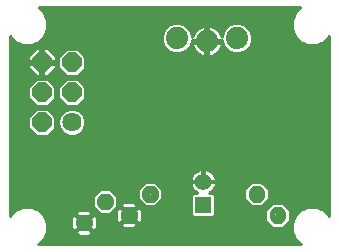
<source format=gbl>
G75*
%MOIN*%
%OFA0B0*%
%FSLAX25Y25*%
%IPPOS*%
%LPD*%
%AMOC8*
5,1,8,0,0,1.08239X$1,22.5*
%
%ADD10R,0.05550X0.05550*%
%ADD11C,0.05550*%
%ADD12C,0.01120*%
%ADD13C,0.06400*%
%ADD14OC8,0.06400*%
%ADD15C,0.07400*%
%ADD16C,0.01000*%
D10*
X0068073Y0016313D03*
D11*
X0068073Y0024187D03*
D12*
X0087466Y0020404D02*
X0088026Y0020964D01*
X0088026Y0019108D01*
X0086715Y0017797D01*
X0084859Y0017797D01*
X0083548Y0019108D01*
X0083548Y0020964D01*
X0084859Y0022275D01*
X0086715Y0022275D01*
X0088026Y0020964D01*
X0087186Y0020616D01*
X0087186Y0019456D01*
X0086367Y0018637D01*
X0085207Y0018637D01*
X0084388Y0019456D01*
X0084388Y0020616D01*
X0085207Y0021435D01*
X0086367Y0021435D01*
X0087186Y0020616D01*
X0086346Y0020268D01*
X0086346Y0019804D01*
X0086019Y0019477D01*
X0085555Y0019477D01*
X0085228Y0019804D01*
X0085228Y0020268D01*
X0085555Y0020595D01*
X0086019Y0020595D01*
X0086346Y0020268D01*
X0094538Y0013332D02*
X0095098Y0013892D01*
X0095098Y0012036D01*
X0093787Y0010725D01*
X0091931Y0010725D01*
X0090620Y0012036D01*
X0090620Y0013892D01*
X0091931Y0015203D01*
X0093787Y0015203D01*
X0095098Y0013892D01*
X0094258Y0013544D01*
X0094258Y0012384D01*
X0093439Y0011565D01*
X0092279Y0011565D01*
X0091460Y0012384D01*
X0091460Y0013544D01*
X0092279Y0014363D01*
X0093439Y0014363D01*
X0094258Y0013544D01*
X0093418Y0013196D01*
X0093418Y0012732D01*
X0093091Y0012405D01*
X0092627Y0012405D01*
X0092300Y0012732D01*
X0092300Y0013196D01*
X0092627Y0013523D01*
X0093091Y0013523D01*
X0093418Y0013196D01*
X0049991Y0021715D02*
X0049431Y0022275D01*
X0051287Y0022275D01*
X0052598Y0020964D01*
X0052598Y0019108D01*
X0051287Y0017797D01*
X0049431Y0017797D01*
X0048120Y0019108D01*
X0048120Y0020964D01*
X0049431Y0022275D01*
X0049779Y0021435D01*
X0050939Y0021435D01*
X0051758Y0020616D01*
X0051758Y0019456D01*
X0050939Y0018637D01*
X0049779Y0018637D01*
X0048960Y0019456D01*
X0048960Y0020616D01*
X0049779Y0021435D01*
X0050127Y0020595D01*
X0050591Y0020595D01*
X0050918Y0020268D01*
X0050918Y0019804D01*
X0050591Y0019477D01*
X0050127Y0019477D01*
X0049800Y0019804D01*
X0049800Y0020268D01*
X0050127Y0020595D01*
X0042919Y0014643D02*
X0042359Y0015203D01*
X0044215Y0015203D01*
X0045526Y0013892D01*
X0045526Y0012036D01*
X0044215Y0010725D01*
X0042359Y0010725D01*
X0041048Y0012036D01*
X0041048Y0013892D01*
X0042359Y0015203D01*
X0042707Y0014363D01*
X0043867Y0014363D01*
X0044686Y0013544D01*
X0044686Y0012384D01*
X0043867Y0011565D01*
X0042707Y0011565D01*
X0041888Y0012384D01*
X0041888Y0013544D01*
X0042707Y0014363D01*
X0043055Y0013523D01*
X0043519Y0013523D01*
X0043846Y0013196D01*
X0043846Y0012732D01*
X0043519Y0012405D01*
X0043055Y0012405D01*
X0042728Y0012732D01*
X0042728Y0013196D01*
X0043055Y0013523D01*
X0034991Y0019215D02*
X0034431Y0019775D01*
X0036287Y0019775D01*
X0037598Y0018464D01*
X0037598Y0016608D01*
X0036287Y0015297D01*
X0034431Y0015297D01*
X0033120Y0016608D01*
X0033120Y0018464D01*
X0034431Y0019775D01*
X0034779Y0018935D01*
X0035939Y0018935D01*
X0036758Y0018116D01*
X0036758Y0016956D01*
X0035939Y0016137D01*
X0034779Y0016137D01*
X0033960Y0016956D01*
X0033960Y0018116D01*
X0034779Y0018935D01*
X0035127Y0018095D01*
X0035591Y0018095D01*
X0035918Y0017768D01*
X0035918Y0017304D01*
X0035591Y0016977D01*
X0035127Y0016977D01*
X0034800Y0017304D01*
X0034800Y0017768D01*
X0035127Y0018095D01*
X0027919Y0012143D02*
X0027359Y0012703D01*
X0029215Y0012703D01*
X0030526Y0011392D01*
X0030526Y0009536D01*
X0029215Y0008225D01*
X0027359Y0008225D01*
X0026048Y0009536D01*
X0026048Y0011392D01*
X0027359Y0012703D01*
X0027707Y0011863D01*
X0028867Y0011863D01*
X0029686Y0011044D01*
X0029686Y0009884D01*
X0028867Y0009065D01*
X0027707Y0009065D01*
X0026888Y0009884D01*
X0026888Y0011044D01*
X0027707Y0011863D01*
X0028055Y0011023D01*
X0028519Y0011023D01*
X0028846Y0010696D01*
X0028846Y0010232D01*
X0028519Y0009905D01*
X0028055Y0009905D01*
X0027728Y0010232D01*
X0027728Y0010696D01*
X0028055Y0011023D01*
D13*
X0024323Y0044000D03*
D14*
X0014323Y0044000D03*
X0014323Y0054000D03*
X0024323Y0054000D03*
X0024323Y0064000D03*
X0014323Y0064000D03*
D15*
X0059323Y0072000D03*
X0069323Y0071000D03*
X0079323Y0072000D03*
D16*
X0013182Y0003225D02*
X0013121Y0003200D01*
X0100525Y0003200D01*
X0100464Y0003225D01*
X0098548Y0005141D01*
X0097511Y0007645D01*
X0097511Y0010355D01*
X0098548Y0012859D01*
X0100464Y0014775D01*
X0102968Y0015812D01*
X0105678Y0015812D01*
X0108182Y0014775D01*
X0110098Y0012859D01*
X0110123Y0012798D01*
X0110123Y0072702D01*
X0110098Y0072641D01*
X0108182Y0070725D01*
X0105678Y0069688D01*
X0102968Y0069688D01*
X0100464Y0070725D01*
X0098548Y0072641D01*
X0097511Y0075145D01*
X0097511Y0077855D01*
X0098548Y0080359D01*
X0100390Y0082200D01*
X0013256Y0082200D01*
X0015098Y0080359D01*
X0016135Y0077855D01*
X0016135Y0075145D01*
X0015098Y0072641D01*
X0013182Y0070725D01*
X0010678Y0069688D01*
X0007968Y0069688D01*
X0005464Y0070725D01*
X0003548Y0072641D01*
X0003523Y0072702D01*
X0003523Y0012798D01*
X0003548Y0012859D01*
X0005464Y0014775D01*
X0007968Y0015812D01*
X0010678Y0015812D01*
X0013182Y0014775D01*
X0015098Y0012859D01*
X0016135Y0010355D01*
X0016135Y0007645D01*
X0015098Y0005141D01*
X0013182Y0003225D01*
X0013956Y0004000D02*
X0099690Y0004000D01*
X0098691Y0004999D02*
X0014955Y0004999D01*
X0015452Y0005997D02*
X0098194Y0005997D01*
X0097780Y0006996D02*
X0030900Y0006996D01*
X0031116Y0007212D02*
X0028287Y0010040D01*
X0025459Y0007212D01*
X0026506Y0006164D01*
X0030069Y0006164D01*
X0031116Y0007212D01*
X0031540Y0007636D02*
X0032587Y0008683D01*
X0032587Y0012246D01*
X0031540Y0013293D01*
X0028712Y0010464D01*
X0031540Y0007636D01*
X0031182Y0007994D02*
X0030334Y0007994D01*
X0030184Y0008993D02*
X0029335Y0008993D01*
X0029185Y0009991D02*
X0028337Y0009991D01*
X0028287Y0010040D02*
X0028712Y0010464D01*
X0028287Y0010889D01*
X0027863Y0010464D01*
X0028287Y0010040D01*
X0028238Y0009991D02*
X0027390Y0009991D01*
X0027863Y0010464D02*
X0025035Y0007636D01*
X0023987Y0008683D01*
X0023987Y0012246D01*
X0025035Y0013293D01*
X0027863Y0010464D01*
X0028287Y0010889D02*
X0025459Y0013717D01*
X0026506Y0014764D01*
X0030069Y0014764D01*
X0031116Y0013717D01*
X0028287Y0010889D01*
X0028187Y0010990D02*
X0027338Y0010990D01*
X0027188Y0011988D02*
X0026339Y0011988D01*
X0023987Y0011988D02*
X0015458Y0011988D01*
X0015872Y0010990D02*
X0023987Y0010990D01*
X0023987Y0009991D02*
X0016135Y0009991D01*
X0016135Y0008993D02*
X0023987Y0008993D01*
X0024677Y0007994D02*
X0016135Y0007994D01*
X0015866Y0006996D02*
X0025675Y0006996D01*
X0025393Y0007994D02*
X0026241Y0007994D01*
X0026391Y0008993D02*
X0027240Y0008993D01*
X0028388Y0010990D02*
X0029237Y0010990D01*
X0029387Y0011988D02*
X0030235Y0011988D01*
X0032587Y0011988D02*
X0038987Y0011988D01*
X0038987Y0011183D02*
X0040035Y0010136D01*
X0042863Y0012964D01*
X0043287Y0012540D01*
X0040459Y0009712D01*
X0041506Y0008664D01*
X0045069Y0008664D01*
X0046116Y0009712D01*
X0043287Y0012540D01*
X0043712Y0012964D01*
X0046540Y0010136D01*
X0047587Y0011183D01*
X0047587Y0014746D01*
X0046540Y0015793D01*
X0043712Y0012964D01*
X0043287Y0013389D01*
X0042863Y0012964D01*
X0040035Y0015793D01*
X0038987Y0014746D01*
X0038987Y0011183D01*
X0039181Y0010990D02*
X0032587Y0010990D01*
X0032587Y0009991D02*
X0040738Y0009991D01*
X0040888Y0010990D02*
X0041737Y0010990D01*
X0041887Y0011988D02*
X0042735Y0011988D01*
X0043839Y0011988D02*
X0044688Y0011988D01*
X0044838Y0010990D02*
X0045687Y0010990D01*
X0045837Y0009991D02*
X0090034Y0009991D01*
X0091032Y0008993D02*
X0045397Y0008993D01*
X0047394Y0010990D02*
X0089035Y0010990D01*
X0088759Y0011266D02*
X0091160Y0008864D01*
X0094557Y0008864D01*
X0096958Y0011266D01*
X0096958Y0014663D01*
X0094557Y0017064D01*
X0091160Y0017064D01*
X0088759Y0014663D01*
X0088759Y0011266D01*
X0088759Y0011988D02*
X0047587Y0011988D01*
X0047587Y0012987D02*
X0064011Y0012987D01*
X0063998Y0013000D02*
X0064760Y0012238D01*
X0071386Y0012238D01*
X0072148Y0013000D01*
X0072148Y0019626D01*
X0071386Y0020388D01*
X0070033Y0020388D01*
X0070313Y0020531D01*
X0070858Y0020926D01*
X0071334Y0021402D01*
X0071729Y0021947D01*
X0072035Y0022546D01*
X0072243Y0023186D01*
X0072348Y0023851D01*
X0072348Y0023900D01*
X0068360Y0023900D01*
X0068360Y0024474D01*
X0072348Y0024474D01*
X0072348Y0024523D01*
X0072243Y0025188D01*
X0072035Y0025828D01*
X0071729Y0026427D01*
X0071334Y0026972D01*
X0070858Y0027448D01*
X0070313Y0027843D01*
X0069714Y0028149D01*
X0069074Y0028357D01*
X0068409Y0028462D01*
X0068360Y0028462D01*
X0068360Y0024474D01*
X0067786Y0024474D01*
X0067785Y0024474D02*
X0067785Y0023900D01*
X0063798Y0023900D01*
X0063798Y0023851D01*
X0063903Y0023186D01*
X0064111Y0022546D01*
X0064417Y0021947D01*
X0064812Y0021402D01*
X0065288Y0020926D01*
X0065832Y0020531D01*
X0066113Y0020388D01*
X0064760Y0020388D01*
X0063998Y0019626D01*
X0063998Y0013000D01*
X0063998Y0013985D02*
X0047587Y0013985D01*
X0047349Y0014984D02*
X0063998Y0014984D01*
X0063998Y0015982D02*
X0052103Y0015982D01*
X0052057Y0015936D02*
X0054458Y0018337D01*
X0054458Y0021734D01*
X0052057Y0024136D01*
X0048660Y0024136D01*
X0046259Y0021734D01*
X0046259Y0018337D01*
X0048660Y0015936D01*
X0052057Y0015936D01*
X0053102Y0016981D02*
X0063998Y0016981D01*
X0063998Y0017979D02*
X0054100Y0017979D01*
X0054458Y0018978D02*
X0063998Y0018978D01*
X0064348Y0019976D02*
X0054458Y0019976D01*
X0054458Y0020975D02*
X0065240Y0020975D01*
X0064403Y0021973D02*
X0054219Y0021973D01*
X0053221Y0022972D02*
X0063973Y0022972D01*
X0063798Y0024474D02*
X0067785Y0024474D01*
X0067786Y0024474D02*
X0067786Y0028462D01*
X0067737Y0028462D01*
X0067072Y0028357D01*
X0066432Y0028149D01*
X0065832Y0027843D01*
X0065288Y0027448D01*
X0064812Y0026972D01*
X0064417Y0026427D01*
X0064111Y0025828D01*
X0063903Y0025188D01*
X0063798Y0024523D01*
X0063798Y0024474D01*
X0063869Y0024969D02*
X0003523Y0024969D01*
X0003523Y0023970D02*
X0048495Y0023970D01*
X0047496Y0022972D02*
X0003523Y0022972D01*
X0003523Y0021973D02*
X0046498Y0021973D01*
X0046259Y0020975D02*
X0037718Y0020975D01*
X0037057Y0021636D02*
X0033660Y0021636D01*
X0031259Y0019234D01*
X0031259Y0015837D01*
X0033660Y0013436D01*
X0037057Y0013436D01*
X0039458Y0015837D01*
X0039458Y0019234D01*
X0037057Y0021636D01*
X0038716Y0019976D02*
X0046259Y0019976D01*
X0046259Y0018978D02*
X0039458Y0018978D01*
X0039458Y0017979D02*
X0046617Y0017979D01*
X0047615Y0016981D02*
X0045352Y0016981D01*
X0045069Y0017264D02*
X0046116Y0016217D01*
X0043287Y0013389D01*
X0040459Y0016217D01*
X0041506Y0017264D01*
X0045069Y0017264D01*
X0045881Y0015982D02*
X0048614Y0015982D01*
X0045731Y0014984D02*
X0044882Y0014984D01*
X0044732Y0013985D02*
X0043884Y0013985D01*
X0043734Y0012987D02*
X0043690Y0012987D01*
X0042885Y0012987D02*
X0042841Y0012987D01*
X0042691Y0013985D02*
X0041842Y0013985D01*
X0041693Y0014984D02*
X0040844Y0014984D01*
X0040694Y0015982D02*
X0039458Y0015982D01*
X0039458Y0016981D02*
X0041223Y0016981D01*
X0039226Y0014984D02*
X0038605Y0014984D01*
X0038987Y0013985D02*
X0037606Y0013985D01*
X0038987Y0012987D02*
X0031846Y0012987D01*
X0031234Y0012987D02*
X0030385Y0012987D01*
X0030848Y0013985D02*
X0033111Y0013985D01*
X0032112Y0014984D02*
X0012677Y0014984D01*
X0013971Y0013985D02*
X0025727Y0013985D01*
X0025341Y0012987D02*
X0026190Y0012987D01*
X0024728Y0012987D02*
X0014970Y0012987D01*
X0005969Y0014984D02*
X0003523Y0014984D01*
X0003523Y0015982D02*
X0031259Y0015982D01*
X0031259Y0016981D02*
X0003523Y0016981D01*
X0003523Y0017979D02*
X0031259Y0017979D01*
X0031259Y0018978D02*
X0003523Y0018978D01*
X0003523Y0019976D02*
X0032001Y0019976D01*
X0032999Y0020975D02*
X0003523Y0020975D01*
X0003523Y0025967D02*
X0064182Y0025967D01*
X0064808Y0026966D02*
X0003523Y0026966D01*
X0003523Y0027964D02*
X0066070Y0027964D01*
X0067786Y0027964D02*
X0068360Y0027964D01*
X0068360Y0026966D02*
X0067786Y0026966D01*
X0067786Y0025967D02*
X0068360Y0025967D01*
X0068360Y0024969D02*
X0067786Y0024969D01*
X0067785Y0023970D02*
X0052222Y0023970D01*
X0068360Y0023970D02*
X0083924Y0023970D01*
X0084089Y0024136D02*
X0081687Y0021734D01*
X0081687Y0018337D01*
X0084089Y0015936D01*
X0087486Y0015936D01*
X0089887Y0018337D01*
X0089887Y0021734D01*
X0087486Y0024136D01*
X0084089Y0024136D01*
X0082925Y0022972D02*
X0072173Y0022972D01*
X0071743Y0021973D02*
X0081927Y0021973D01*
X0081687Y0020975D02*
X0070906Y0020975D01*
X0071798Y0019976D02*
X0081687Y0019976D01*
X0081687Y0018978D02*
X0072148Y0018978D01*
X0072148Y0017979D02*
X0082046Y0017979D01*
X0083044Y0016981D02*
X0072148Y0016981D01*
X0072148Y0015982D02*
X0084043Y0015982D01*
X0087532Y0015982D02*
X0090078Y0015982D01*
X0089079Y0014984D02*
X0072148Y0014984D01*
X0072148Y0013985D02*
X0088759Y0013985D01*
X0088759Y0012987D02*
X0072135Y0012987D01*
X0087651Y0023970D02*
X0110123Y0023970D01*
X0110123Y0022972D02*
X0088649Y0022972D01*
X0089648Y0021973D02*
X0110123Y0021973D01*
X0110123Y0020975D02*
X0089887Y0020975D01*
X0089887Y0019976D02*
X0110123Y0019976D01*
X0110123Y0018978D02*
X0089887Y0018978D01*
X0089529Y0017979D02*
X0110123Y0017979D01*
X0110123Y0016981D02*
X0094641Y0016981D01*
X0095639Y0015982D02*
X0110123Y0015982D01*
X0110123Y0014984D02*
X0107677Y0014984D01*
X0108971Y0013985D02*
X0110123Y0013985D01*
X0110123Y0012987D02*
X0109970Y0012987D01*
X0100969Y0014984D02*
X0096638Y0014984D01*
X0096958Y0013985D02*
X0099675Y0013985D01*
X0098676Y0012987D02*
X0096958Y0012987D01*
X0096958Y0011988D02*
X0098188Y0011988D01*
X0097774Y0010990D02*
X0096682Y0010990D01*
X0097511Y0009991D02*
X0095683Y0009991D01*
X0094685Y0008993D02*
X0097511Y0008993D01*
X0097511Y0007994D02*
X0031898Y0007994D01*
X0032587Y0008993D02*
X0041178Y0008993D01*
X0070076Y0027964D02*
X0110123Y0027964D01*
X0110123Y0026966D02*
X0071338Y0026966D01*
X0071964Y0025967D02*
X0110123Y0025967D01*
X0110123Y0024969D02*
X0072277Y0024969D01*
X0088531Y0016981D02*
X0091076Y0016981D01*
X0110123Y0028963D02*
X0003523Y0028963D01*
X0003523Y0029961D02*
X0110123Y0029961D01*
X0110123Y0030960D02*
X0003523Y0030960D01*
X0003523Y0031958D02*
X0110123Y0031958D01*
X0110123Y0032957D02*
X0003523Y0032957D01*
X0003523Y0033955D02*
X0110123Y0033955D01*
X0110123Y0034954D02*
X0003523Y0034954D01*
X0003523Y0035952D02*
X0110123Y0035952D01*
X0110123Y0036951D02*
X0003523Y0036951D01*
X0003523Y0037949D02*
X0110123Y0037949D01*
X0110123Y0038948D02*
X0003523Y0038948D01*
X0003523Y0039946D02*
X0012013Y0039946D01*
X0012459Y0039500D02*
X0016187Y0039500D01*
X0018823Y0042136D01*
X0018823Y0045864D01*
X0016187Y0048500D01*
X0012459Y0048500D01*
X0009823Y0045864D01*
X0009823Y0042136D01*
X0012459Y0039500D01*
X0011014Y0040945D02*
X0003523Y0040945D01*
X0003523Y0041943D02*
X0010016Y0041943D01*
X0009823Y0042942D02*
X0003523Y0042942D01*
X0003523Y0043940D02*
X0009823Y0043940D01*
X0009823Y0044939D02*
X0003523Y0044939D01*
X0003523Y0045937D02*
X0009896Y0045937D01*
X0010895Y0046936D02*
X0003523Y0046936D01*
X0003523Y0047934D02*
X0011894Y0047934D01*
X0012459Y0049500D02*
X0016187Y0049500D01*
X0018823Y0052136D01*
X0018823Y0055864D01*
X0016187Y0058500D01*
X0012459Y0058500D01*
X0009823Y0055864D01*
X0009823Y0052136D01*
X0012459Y0049500D01*
X0012027Y0049932D02*
X0003523Y0049932D01*
X0003523Y0050930D02*
X0011029Y0050930D01*
X0010030Y0051929D02*
X0003523Y0051929D01*
X0003523Y0052927D02*
X0009823Y0052927D01*
X0009823Y0053926D02*
X0003523Y0053926D01*
X0003523Y0054924D02*
X0009823Y0054924D01*
X0009882Y0055923D02*
X0003523Y0055923D01*
X0003523Y0056921D02*
X0010880Y0056921D01*
X0011879Y0057920D02*
X0003523Y0057920D01*
X0003523Y0058918D02*
X0110123Y0058918D01*
X0110123Y0057920D02*
X0026767Y0057920D01*
X0026187Y0058500D02*
X0022459Y0058500D01*
X0019823Y0055864D01*
X0019823Y0052136D01*
X0022459Y0049500D01*
X0026187Y0049500D01*
X0028823Y0052136D01*
X0028823Y0055864D01*
X0026187Y0058500D01*
X0026187Y0059500D02*
X0028823Y0062136D01*
X0028823Y0065864D01*
X0026187Y0068500D01*
X0022459Y0068500D01*
X0019823Y0065864D01*
X0019823Y0062136D01*
X0022459Y0059500D01*
X0026187Y0059500D01*
X0026604Y0059917D02*
X0110123Y0059917D01*
X0110123Y0060915D02*
X0027602Y0060915D01*
X0028601Y0061914D02*
X0110123Y0061914D01*
X0110123Y0062912D02*
X0028823Y0062912D01*
X0028823Y0063911D02*
X0110123Y0063911D01*
X0110123Y0064909D02*
X0028823Y0064909D01*
X0028779Y0065908D02*
X0068234Y0065908D01*
X0068105Y0065928D02*
X0067327Y0066181D01*
X0066598Y0066553D01*
X0065935Y0067034D01*
X0065357Y0067612D01*
X0064876Y0068275D01*
X0064504Y0069004D01*
X0064251Y0069782D01*
X0064137Y0070500D01*
X0068823Y0070500D01*
X0069823Y0070500D01*
X0069823Y0071500D01*
X0074323Y0071500D01*
X0074323Y0071005D01*
X0075084Y0069168D01*
X0076491Y0067761D01*
X0078328Y0067000D01*
X0080318Y0067000D01*
X0082155Y0067761D01*
X0083562Y0069168D01*
X0084323Y0071005D01*
X0084323Y0072995D01*
X0083562Y0074832D01*
X0082155Y0076239D01*
X0080318Y0077000D01*
X0078328Y0077000D01*
X0076491Y0076239D01*
X0075084Y0074832D01*
X0074323Y0072995D01*
X0074323Y0072439D01*
X0074142Y0072996D01*
X0073770Y0073725D01*
X0073289Y0074388D01*
X0072711Y0074966D01*
X0072048Y0075447D01*
X0071319Y0075819D01*
X0070541Y0076072D01*
X0069823Y0076186D01*
X0069823Y0071500D01*
X0068823Y0071500D01*
X0068823Y0076186D01*
X0068105Y0076072D01*
X0067327Y0075819D01*
X0066598Y0075447D01*
X0065935Y0074966D01*
X0065357Y0074388D01*
X0064876Y0073725D01*
X0064504Y0072996D01*
X0064323Y0072439D01*
X0064323Y0072995D01*
X0063562Y0074832D01*
X0062155Y0076239D01*
X0060318Y0077000D01*
X0058328Y0077000D01*
X0056491Y0076239D01*
X0055084Y0074832D01*
X0054323Y0072995D01*
X0054323Y0071005D01*
X0055084Y0069168D01*
X0056491Y0067761D01*
X0058328Y0067000D01*
X0060318Y0067000D01*
X0062155Y0067761D01*
X0063562Y0069168D01*
X0064323Y0071005D01*
X0064323Y0071500D01*
X0068823Y0071500D01*
X0068823Y0070500D01*
X0068823Y0065814D01*
X0068105Y0065928D01*
X0068823Y0065908D02*
X0069823Y0065908D01*
X0069823Y0065814D02*
X0070541Y0065928D01*
X0071319Y0066181D01*
X0072048Y0066553D01*
X0072711Y0067034D01*
X0073289Y0067612D01*
X0073770Y0068275D01*
X0074142Y0069004D01*
X0074395Y0069782D01*
X0074509Y0070500D01*
X0069823Y0070500D01*
X0069823Y0065814D01*
X0070412Y0065908D02*
X0110123Y0065908D01*
X0110123Y0066906D02*
X0072535Y0066906D01*
X0073502Y0067905D02*
X0076347Y0067905D01*
X0075349Y0068903D02*
X0074091Y0068903D01*
X0074414Y0069902D02*
X0074780Y0069902D01*
X0074367Y0070900D02*
X0069823Y0070900D01*
X0069823Y0071899D02*
X0068823Y0071899D01*
X0068823Y0072897D02*
X0069823Y0072897D01*
X0069823Y0073896D02*
X0068823Y0073896D01*
X0068823Y0074894D02*
X0069823Y0074894D01*
X0069823Y0075893D02*
X0068823Y0075893D01*
X0067554Y0075893D02*
X0062501Y0075893D01*
X0063500Y0074894D02*
X0065863Y0074894D01*
X0064999Y0073896D02*
X0063950Y0073896D01*
X0064323Y0072897D02*
X0064472Y0072897D01*
X0064279Y0070900D02*
X0068823Y0070900D01*
X0068823Y0069902D02*
X0069823Y0069902D01*
X0069823Y0068903D02*
X0068823Y0068903D01*
X0068823Y0067905D02*
X0069823Y0067905D01*
X0069823Y0066906D02*
X0068823Y0066906D01*
X0066111Y0066906D02*
X0027781Y0066906D01*
X0026782Y0067905D02*
X0056347Y0067905D01*
X0055349Y0068903D02*
X0003523Y0068903D01*
X0003523Y0067905D02*
X0011581Y0067905D01*
X0012376Y0068700D02*
X0009623Y0065947D01*
X0009623Y0064500D01*
X0013823Y0064500D01*
X0013823Y0068700D01*
X0012376Y0068700D01*
X0011193Y0069902D02*
X0054780Y0069902D01*
X0054367Y0070900D02*
X0013357Y0070900D01*
X0014355Y0071899D02*
X0054323Y0071899D01*
X0054323Y0072897D02*
X0015204Y0072897D01*
X0015617Y0073896D02*
X0054696Y0073896D01*
X0055146Y0074894D02*
X0016031Y0074894D01*
X0016135Y0075893D02*
X0056145Y0075893D01*
X0058066Y0076891D02*
X0016135Y0076891D01*
X0016120Y0077890D02*
X0097526Y0077890D01*
X0097511Y0076891D02*
X0080580Y0076891D01*
X0082501Y0075893D02*
X0097511Y0075893D01*
X0097615Y0074894D02*
X0083500Y0074894D01*
X0083950Y0073896D02*
X0098029Y0073896D01*
X0098442Y0072897D02*
X0084323Y0072897D01*
X0084323Y0071899D02*
X0099291Y0071899D01*
X0100289Y0070900D02*
X0084279Y0070900D01*
X0083866Y0069902D02*
X0102452Y0069902D01*
X0106193Y0069902D02*
X0110123Y0069902D01*
X0110123Y0068903D02*
X0083297Y0068903D01*
X0082299Y0067905D02*
X0110123Y0067905D01*
X0110123Y0070900D02*
X0108357Y0070900D01*
X0109355Y0071899D02*
X0110123Y0071899D01*
X0097939Y0078888D02*
X0015707Y0078888D01*
X0015293Y0079887D02*
X0098353Y0079887D01*
X0099075Y0080885D02*
X0014571Y0080885D01*
X0013572Y0081884D02*
X0100074Y0081884D01*
X0078066Y0076891D02*
X0060580Y0076891D01*
X0071092Y0075893D02*
X0076145Y0075893D01*
X0075146Y0074894D02*
X0072783Y0074894D01*
X0073647Y0073896D02*
X0074696Y0073896D01*
X0074323Y0072897D02*
X0074174Y0072897D01*
X0065144Y0067905D02*
X0062299Y0067905D01*
X0063297Y0068903D02*
X0064555Y0068903D01*
X0064232Y0069902D02*
X0063866Y0069902D01*
X0028764Y0055923D02*
X0110123Y0055923D01*
X0110123Y0056921D02*
X0027766Y0056921D01*
X0028823Y0054924D02*
X0110123Y0054924D01*
X0110123Y0053926D02*
X0028823Y0053926D01*
X0028823Y0052927D02*
X0110123Y0052927D01*
X0110123Y0051929D02*
X0028615Y0051929D01*
X0027617Y0050930D02*
X0110123Y0050930D01*
X0110123Y0049932D02*
X0026618Y0049932D01*
X0025218Y0048500D02*
X0023428Y0048500D01*
X0021774Y0047815D01*
X0020508Y0046549D01*
X0019823Y0044895D01*
X0019823Y0043105D01*
X0020508Y0041451D01*
X0021774Y0040185D01*
X0023428Y0039500D01*
X0025218Y0039500D01*
X0026872Y0040185D01*
X0028138Y0041451D01*
X0028823Y0043105D01*
X0028823Y0044895D01*
X0028138Y0046549D01*
X0026872Y0047815D01*
X0025218Y0048500D01*
X0026583Y0047934D02*
X0110123Y0047934D01*
X0110123Y0046936D02*
X0027751Y0046936D01*
X0028391Y0045937D02*
X0110123Y0045937D01*
X0110123Y0044939D02*
X0028805Y0044939D01*
X0028823Y0043940D02*
X0110123Y0043940D01*
X0110123Y0042942D02*
X0028755Y0042942D01*
X0028342Y0041943D02*
X0110123Y0041943D01*
X0110123Y0040945D02*
X0027632Y0040945D01*
X0026296Y0039946D02*
X0110123Y0039946D01*
X0110123Y0048933D02*
X0003523Y0048933D01*
X0016618Y0049932D02*
X0022027Y0049932D01*
X0021029Y0050930D02*
X0017617Y0050930D01*
X0018615Y0051929D02*
X0020030Y0051929D01*
X0019823Y0052927D02*
X0018823Y0052927D01*
X0018823Y0053926D02*
X0019823Y0053926D01*
X0019823Y0054924D02*
X0018823Y0054924D01*
X0018764Y0055923D02*
X0019882Y0055923D01*
X0020880Y0056921D02*
X0017766Y0056921D01*
X0016767Y0057920D02*
X0021879Y0057920D01*
X0022042Y0059917D02*
X0016886Y0059917D01*
X0016270Y0059300D02*
X0019023Y0062053D01*
X0019023Y0063500D01*
X0014823Y0063500D01*
X0014823Y0064500D01*
X0019023Y0064500D01*
X0019023Y0065947D01*
X0016270Y0068700D01*
X0014823Y0068700D01*
X0014823Y0064500D01*
X0013823Y0064500D01*
X0013823Y0063500D01*
X0014823Y0063500D01*
X0014823Y0059300D01*
X0016270Y0059300D01*
X0014823Y0059917D02*
X0013823Y0059917D01*
X0013823Y0059300D02*
X0013823Y0063500D01*
X0009623Y0063500D01*
X0009623Y0062053D01*
X0012376Y0059300D01*
X0013823Y0059300D01*
X0013823Y0060915D02*
X0014823Y0060915D01*
X0014823Y0061914D02*
X0013823Y0061914D01*
X0013823Y0062912D02*
X0014823Y0062912D01*
X0014823Y0063911D02*
X0019823Y0063911D01*
X0019823Y0064909D02*
X0019023Y0064909D01*
X0019023Y0065908D02*
X0019867Y0065908D01*
X0020865Y0066906D02*
X0018064Y0066906D01*
X0017065Y0067905D02*
X0021864Y0067905D01*
X0019823Y0062912D02*
X0019023Y0062912D01*
X0018883Y0061914D02*
X0020045Y0061914D01*
X0021044Y0060915D02*
X0017885Y0060915D01*
X0013823Y0063911D02*
X0003523Y0063911D01*
X0003523Y0064909D02*
X0009623Y0064909D01*
X0009623Y0065908D02*
X0003523Y0065908D01*
X0003523Y0066906D02*
X0010582Y0066906D01*
X0013823Y0066906D02*
X0014823Y0066906D01*
X0014823Y0065908D02*
X0013823Y0065908D01*
X0013823Y0064909D02*
X0014823Y0064909D01*
X0014823Y0067905D02*
X0013823Y0067905D01*
X0009623Y0062912D02*
X0003523Y0062912D01*
X0003523Y0061914D02*
X0009763Y0061914D01*
X0010761Y0060915D02*
X0003523Y0060915D01*
X0003523Y0059917D02*
X0011760Y0059917D01*
X0007452Y0069902D02*
X0003523Y0069902D01*
X0003523Y0070900D02*
X0005289Y0070900D01*
X0004291Y0071899D02*
X0003523Y0071899D01*
X0016752Y0047934D02*
X0022063Y0047934D01*
X0020895Y0046936D02*
X0017751Y0046936D01*
X0018749Y0045937D02*
X0020255Y0045937D01*
X0019841Y0044939D02*
X0018823Y0044939D01*
X0018823Y0043940D02*
X0019823Y0043940D01*
X0019890Y0042942D02*
X0018823Y0042942D01*
X0018630Y0041943D02*
X0020304Y0041943D01*
X0021014Y0040945D02*
X0017632Y0040945D01*
X0016633Y0039946D02*
X0022350Y0039946D01*
X0004675Y0013985D02*
X0003523Y0013985D01*
X0003523Y0012987D02*
X0003676Y0012987D01*
M02*

</source>
